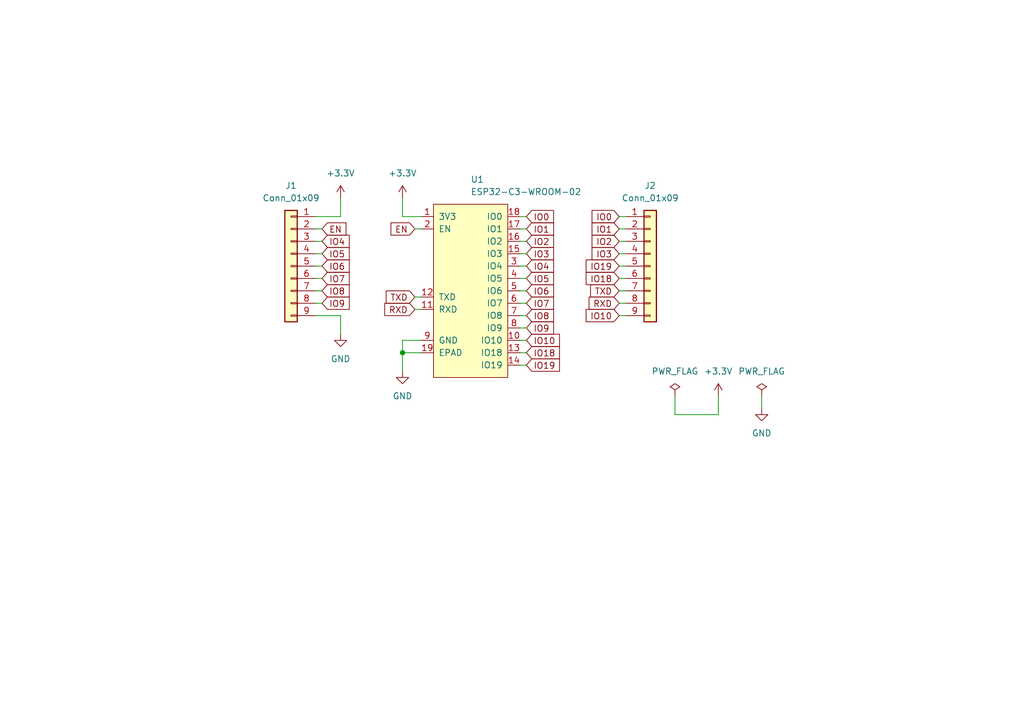
<source format=kicad_sch>
(kicad_sch (version 20211123) (generator eeschema)

  (uuid ffb8a9f8-5d2c-42ed-9295-9a571cdadcc0)

  (paper "A5")

  (lib_symbols
    (symbol "Connector_Generic:Conn_01x09" (pin_names (offset 1.016) hide) (in_bom yes) (on_board yes)
      (property "Reference" "J" (id 0) (at 0 12.7 0)
        (effects (font (size 1.27 1.27)))
      )
      (property "Value" "Conn_01x09" (id 1) (at 0 -12.7 0)
        (effects (font (size 1.27 1.27)))
      )
      (property "Footprint" "" (id 2) (at 0 0 0)
        (effects (font (size 1.27 1.27)) hide)
      )
      (property "Datasheet" "~" (id 3) (at 0 0 0)
        (effects (font (size 1.27 1.27)) hide)
      )
      (property "ki_keywords" "connector" (id 4) (at 0 0 0)
        (effects (font (size 1.27 1.27)) hide)
      )
      (property "ki_description" "Generic connector, single row, 01x09, script generated (kicad-library-utils/schlib/autogen/connector/)" (id 5) (at 0 0 0)
        (effects (font (size 1.27 1.27)) hide)
      )
      (property "ki_fp_filters" "Connector*:*_1x??_*" (id 6) (at 0 0 0)
        (effects (font (size 1.27 1.27)) hide)
      )
      (symbol "Conn_01x09_1_1"
        (rectangle (start -1.27 -10.033) (end 0 -10.287)
          (stroke (width 0.1524) (type default) (color 0 0 0 0))
          (fill (type none))
        )
        (rectangle (start -1.27 -7.493) (end 0 -7.747)
          (stroke (width 0.1524) (type default) (color 0 0 0 0))
          (fill (type none))
        )
        (rectangle (start -1.27 -4.953) (end 0 -5.207)
          (stroke (width 0.1524) (type default) (color 0 0 0 0))
          (fill (type none))
        )
        (rectangle (start -1.27 -2.413) (end 0 -2.667)
          (stroke (width 0.1524) (type default) (color 0 0 0 0))
          (fill (type none))
        )
        (rectangle (start -1.27 0.127) (end 0 -0.127)
          (stroke (width 0.1524) (type default) (color 0 0 0 0))
          (fill (type none))
        )
        (rectangle (start -1.27 2.667) (end 0 2.413)
          (stroke (width 0.1524) (type default) (color 0 0 0 0))
          (fill (type none))
        )
        (rectangle (start -1.27 5.207) (end 0 4.953)
          (stroke (width 0.1524) (type default) (color 0 0 0 0))
          (fill (type none))
        )
        (rectangle (start -1.27 7.747) (end 0 7.493)
          (stroke (width 0.1524) (type default) (color 0 0 0 0))
          (fill (type none))
        )
        (rectangle (start -1.27 10.287) (end 0 10.033)
          (stroke (width 0.1524) (type default) (color 0 0 0 0))
          (fill (type none))
        )
        (rectangle (start -1.27 11.43) (end 1.27 -11.43)
          (stroke (width 0.254) (type default) (color 0 0 0 0))
          (fill (type background))
        )
        (pin passive line (at -5.08 10.16 0) (length 3.81)
          (name "Pin_1" (effects (font (size 1.27 1.27))))
          (number "1" (effects (font (size 1.27 1.27))))
        )
        (pin passive line (at -5.08 7.62 0) (length 3.81)
          (name "Pin_2" (effects (font (size 1.27 1.27))))
          (number "2" (effects (font (size 1.27 1.27))))
        )
        (pin passive line (at -5.08 5.08 0) (length 3.81)
          (name "Pin_3" (effects (font (size 1.27 1.27))))
          (number "3" (effects (font (size 1.27 1.27))))
        )
        (pin passive line (at -5.08 2.54 0) (length 3.81)
          (name "Pin_4" (effects (font (size 1.27 1.27))))
          (number "4" (effects (font (size 1.27 1.27))))
        )
        (pin passive line (at -5.08 0 0) (length 3.81)
          (name "Pin_5" (effects (font (size 1.27 1.27))))
          (number "5" (effects (font (size 1.27 1.27))))
        )
        (pin passive line (at -5.08 -2.54 0) (length 3.81)
          (name "Pin_6" (effects (font (size 1.27 1.27))))
          (number "6" (effects (font (size 1.27 1.27))))
        )
        (pin passive line (at -5.08 -5.08 0) (length 3.81)
          (name "Pin_7" (effects (font (size 1.27 1.27))))
          (number "7" (effects (font (size 1.27 1.27))))
        )
        (pin passive line (at -5.08 -7.62 0) (length 3.81)
          (name "Pin_8" (effects (font (size 1.27 1.27))))
          (number "8" (effects (font (size 1.27 1.27))))
        )
        (pin passive line (at -5.08 -10.16 0) (length 3.81)
          (name "Pin_9" (effects (font (size 1.27 1.27))))
          (number "9" (effects (font (size 1.27 1.27))))
        )
      )
    )
    (symbol "My_Library:ESP32-C3-WROOM-02" (pin_names (offset 1.016)) (in_bom yes) (on_board yes)
      (property "Reference" "U" (id 0) (at 0 22.86 0)
        (effects (font (size 1.27 1.27)))
      )
      (property "Value" "ESP32-C3-WROOM-02" (id 1) (at 0 20.32 0)
        (effects (font (size 1.27 1.27)))
      )
      (property "Footprint" "library:ESP32-C3-WROOM-02" (id 2) (at 0 -20.32 0)
        (effects (font (size 1.27 1.27)) hide)
      )
      (property "Datasheet" "" (id 3) (at -2.54 0 0)
        (effects (font (size 1.27 1.27)) hide)
      )
      (symbol "ESP32-C3-WROOM-02_0_1"
        (rectangle (start -7.62 17.78) (end 7.62 -17.78)
          (stroke (width 0) (type default) (color 0 0 0 0))
          (fill (type background))
        )
      )
      (symbol "ESP32-C3-WROOM-02_1_1"
        (pin power_in line (at -10.16 15.24 0) (length 2.54)
          (name "3V3" (effects (font (size 1.27 1.27))))
          (number "1" (effects (font (size 1.27 1.27))))
        )
        (pin bidirectional line (at 10.16 -10.16 180) (length 2.54)
          (name "IO10" (effects (font (size 1.27 1.27))))
          (number "10" (effects (font (size 1.27 1.27))))
        )
        (pin bidirectional line (at -10.16 -3.81 0) (length 2.54)
          (name "RXD" (effects (font (size 1.27 1.27))))
          (number "11" (effects (font (size 1.27 1.27))))
        )
        (pin bidirectional line (at -10.16 -1.27 0) (length 2.54)
          (name "TXD" (effects (font (size 1.27 1.27))))
          (number "12" (effects (font (size 1.27 1.27))))
        )
        (pin bidirectional line (at 10.16 -12.7 180) (length 2.54)
          (name "IO18" (effects (font (size 1.27 1.27))))
          (number "13" (effects (font (size 1.27 1.27))))
        )
        (pin bidirectional line (at 10.16 -15.24 180) (length 2.54)
          (name "IO19" (effects (font (size 1.27 1.27))))
          (number "14" (effects (font (size 1.27 1.27))))
        )
        (pin bidirectional line (at 10.16 7.62 180) (length 2.54)
          (name "IO3" (effects (font (size 1.27 1.27))))
          (number "15" (effects (font (size 1.27 1.27))))
        )
        (pin bidirectional line (at 10.16 10.16 180) (length 2.54)
          (name "IO2" (effects (font (size 1.27 1.27))))
          (number "16" (effects (font (size 1.27 1.27))))
        )
        (pin bidirectional line (at 10.16 12.7 180) (length 2.54)
          (name "IO1" (effects (font (size 1.27 1.27))))
          (number "17" (effects (font (size 1.27 1.27))))
        )
        (pin bidirectional line (at 10.16 15.24 180) (length 2.54)
          (name "IO0" (effects (font (size 1.27 1.27))))
          (number "18" (effects (font (size 1.27 1.27))))
        )
        (pin power_in line (at -10.16 -12.7 0) (length 2.54)
          (name "EPAD" (effects (font (size 1.27 1.27))))
          (number "19" (effects (font (size 1.27 1.27))))
        )
        (pin input line (at -10.16 12.7 0) (length 2.54)
          (name "EN" (effects (font (size 1.27 1.27))))
          (number "2" (effects (font (size 1.27 1.27))))
        )
        (pin bidirectional line (at 10.16 5.08 180) (length 2.54)
          (name "IO4" (effects (font (size 1.27 1.27))))
          (number "3" (effects (font (size 1.27 1.27))))
        )
        (pin bidirectional line (at 10.16 2.54 180) (length 2.54)
          (name "IO5" (effects (font (size 1.27 1.27))))
          (number "4" (effects (font (size 1.27 1.27))))
        )
        (pin bidirectional line (at 10.16 0 180) (length 2.54)
          (name "IO6" (effects (font (size 1.27 1.27))))
          (number "5" (effects (font (size 1.27 1.27))))
        )
        (pin bidirectional line (at 10.16 -2.54 180) (length 2.54)
          (name "IO7" (effects (font (size 1.27 1.27))))
          (number "6" (effects (font (size 1.27 1.27))))
        )
        (pin bidirectional line (at 10.16 -5.08 180) (length 2.54)
          (name "IO8" (effects (font (size 1.27 1.27))))
          (number "7" (effects (font (size 1.27 1.27))))
        )
        (pin bidirectional line (at 10.16 -7.62 180) (length 2.54)
          (name "IO9" (effects (font (size 1.27 1.27))))
          (number "8" (effects (font (size 1.27 1.27))))
        )
        (pin power_in line (at -10.16 -10.16 0) (length 2.54)
          (name "GND" (effects (font (size 1.27 1.27))))
          (number "9" (effects (font (size 1.27 1.27))))
        )
      )
    )
    (symbol "power:+3.3V" (power) (pin_names (offset 0)) (in_bom yes) (on_board yes)
      (property "Reference" "#PWR" (id 0) (at 0 -3.81 0)
        (effects (font (size 1.27 1.27)) hide)
      )
      (property "Value" "+3.3V" (id 1) (at 0 3.556 0)
        (effects (font (size 1.27 1.27)))
      )
      (property "Footprint" "" (id 2) (at 0 0 0)
        (effects (font (size 1.27 1.27)) hide)
      )
      (property "Datasheet" "" (id 3) (at 0 0 0)
        (effects (font (size 1.27 1.27)) hide)
      )
      (property "ki_keywords" "power-flag" (id 4) (at 0 0 0)
        (effects (font (size 1.27 1.27)) hide)
      )
      (property "ki_description" "Power symbol creates a global label with name \"+3.3V\"" (id 5) (at 0 0 0)
        (effects (font (size 1.27 1.27)) hide)
      )
      (symbol "+3.3V_0_1"
        (polyline
          (pts
            (xy -0.762 1.27)
            (xy 0 2.54)
          )
          (stroke (width 0) (type default) (color 0 0 0 0))
          (fill (type none))
        )
        (polyline
          (pts
            (xy 0 0)
            (xy 0 2.54)
          )
          (stroke (width 0) (type default) (color 0 0 0 0))
          (fill (type none))
        )
        (polyline
          (pts
            (xy 0 2.54)
            (xy 0.762 1.27)
          )
          (stroke (width 0) (type default) (color 0 0 0 0))
          (fill (type none))
        )
      )
      (symbol "+3.3V_1_1"
        (pin power_in line (at 0 0 90) (length 0) hide
          (name "+3.3V" (effects (font (size 1.27 1.27))))
          (number "1" (effects (font (size 1.27 1.27))))
        )
      )
    )
    (symbol "power:GND" (power) (pin_names (offset 0)) (in_bom yes) (on_board yes)
      (property "Reference" "#PWR" (id 0) (at 0 -6.35 0)
        (effects (font (size 1.27 1.27)) hide)
      )
      (property "Value" "GND" (id 1) (at 0 -3.81 0)
        (effects (font (size 1.27 1.27)))
      )
      (property "Footprint" "" (id 2) (at 0 0 0)
        (effects (font (size 1.27 1.27)) hide)
      )
      (property "Datasheet" "" (id 3) (at 0 0 0)
        (effects (font (size 1.27 1.27)) hide)
      )
      (property "ki_keywords" "power-flag" (id 4) (at 0 0 0)
        (effects (font (size 1.27 1.27)) hide)
      )
      (property "ki_description" "Power symbol creates a global label with name \"GND\" , ground" (id 5) (at 0 0 0)
        (effects (font (size 1.27 1.27)) hide)
      )
      (symbol "GND_0_1"
        (polyline
          (pts
            (xy 0 0)
            (xy 0 -1.27)
            (xy 1.27 -1.27)
            (xy 0 -2.54)
            (xy -1.27 -1.27)
            (xy 0 -1.27)
          )
          (stroke (width 0) (type default) (color 0 0 0 0))
          (fill (type none))
        )
      )
      (symbol "GND_1_1"
        (pin power_in line (at 0 0 270) (length 0) hide
          (name "GND" (effects (font (size 1.27 1.27))))
          (number "1" (effects (font (size 1.27 1.27))))
        )
      )
    )
    (symbol "power:PWR_FLAG" (power) (pin_numbers hide) (pin_names (offset 0) hide) (in_bom yes) (on_board yes)
      (property "Reference" "#FLG" (id 0) (at 0 1.905 0)
        (effects (font (size 1.27 1.27)) hide)
      )
      (property "Value" "PWR_FLAG" (id 1) (at 0 3.81 0)
        (effects (font (size 1.27 1.27)))
      )
      (property "Footprint" "" (id 2) (at 0 0 0)
        (effects (font (size 1.27 1.27)) hide)
      )
      (property "Datasheet" "~" (id 3) (at 0 0 0)
        (effects (font (size 1.27 1.27)) hide)
      )
      (property "ki_keywords" "power-flag" (id 4) (at 0 0 0)
        (effects (font (size 1.27 1.27)) hide)
      )
      (property "ki_description" "Special symbol for telling ERC where power comes from" (id 5) (at 0 0 0)
        (effects (font (size 1.27 1.27)) hide)
      )
      (symbol "PWR_FLAG_0_0"
        (pin power_out line (at 0 0 90) (length 0)
          (name "pwr" (effects (font (size 1.27 1.27))))
          (number "1" (effects (font (size 1.27 1.27))))
        )
      )
      (symbol "PWR_FLAG_0_1"
        (polyline
          (pts
            (xy 0 0)
            (xy 0 1.27)
            (xy -1.016 1.905)
            (xy 0 2.54)
            (xy 1.016 1.905)
            (xy 0 1.27)
          )
          (stroke (width 0) (type default) (color 0 0 0 0))
          (fill (type none))
        )
      )
    )
  )

  (junction (at 82.55 72.39) (diameter 0) (color 0 0 0 0)
    (uuid 5443b458-5bb3-4326-a8cf-b273a8fcb70a)
  )

  (wire (pts (xy 82.55 72.39) (xy 82.55 76.2))
    (stroke (width 0) (type default) (color 0 0 0 0))
    (uuid 043bbfa8-fa8c-40fb-8c82-fc6aa9e75a61)
  )
  (wire (pts (xy 127 49.53) (xy 128.27 49.53))
    (stroke (width 0) (type default) (color 0 0 0 0))
    (uuid 0ef1b5a0-70da-48e2-85be-11312d5feccc)
  )
  (wire (pts (xy 69.85 44.45) (xy 69.85 40.64))
    (stroke (width 0) (type default) (color 0 0 0 0))
    (uuid 105d2111-f051-48d1-a8e6-fd643f2eb780)
  )
  (wire (pts (xy 82.55 44.45) (xy 82.55 40.64))
    (stroke (width 0) (type default) (color 0 0 0 0))
    (uuid 20417190-b70d-433a-b514-cd0772b816b4)
  )
  (wire (pts (xy 147.32 85.09) (xy 138.43 85.09))
    (stroke (width 0) (type default) (color 0 0 0 0))
    (uuid 2283c82a-a357-4737-90df-669c13d19e19)
  )
  (wire (pts (xy 106.68 69.85) (xy 107.95 69.85))
    (stroke (width 0) (type default) (color 0 0 0 0))
    (uuid 29c90f43-0da4-47f3-a844-5d30cd707128)
  )
  (wire (pts (xy 64.77 62.23) (xy 66.04 62.23))
    (stroke (width 0) (type default) (color 0 0 0 0))
    (uuid 2c0ce40f-5e4d-4a1d-b694-c85e510fe878)
  )
  (wire (pts (xy 106.68 67.31) (xy 107.95 67.31))
    (stroke (width 0) (type default) (color 0 0 0 0))
    (uuid 2d246406-17fa-4c31-ab67-588b828e3034)
  )
  (wire (pts (xy 106.68 72.39) (xy 107.95 72.39))
    (stroke (width 0) (type default) (color 0 0 0 0))
    (uuid 30cef2f3-0711-47e4-b1e3-8fa9b36d470c)
  )
  (wire (pts (xy 64.77 59.69) (xy 66.04 59.69))
    (stroke (width 0) (type default) (color 0 0 0 0))
    (uuid 416d3496-df17-498f-9c4b-8d158eac487c)
  )
  (wire (pts (xy 82.55 72.39) (xy 86.36 72.39))
    (stroke (width 0) (type default) (color 0 0 0 0))
    (uuid 47858d87-5abf-4dd2-9df8-1fd9d9cadb05)
  )
  (wire (pts (xy 82.55 69.85) (xy 82.55 72.39))
    (stroke (width 0) (type default) (color 0 0 0 0))
    (uuid 4f491b6f-b5be-4bb1-95ec-c14ea0b89710)
  )
  (wire (pts (xy 64.77 52.07) (xy 66.04 52.07))
    (stroke (width 0) (type default) (color 0 0 0 0))
    (uuid 506b4b93-ee33-47fa-b1ca-962d0f98928b)
  )
  (wire (pts (xy 156.21 81.28) (xy 156.21 83.82))
    (stroke (width 0) (type default) (color 0 0 0 0))
    (uuid 675f0ba1-f08b-4db6-86a6-2372d9bf8784)
  )
  (wire (pts (xy 64.77 44.45) (xy 69.85 44.45))
    (stroke (width 0) (type default) (color 0 0 0 0))
    (uuid 67b147c0-3aeb-45ec-b1ab-ba6f1273b7f1)
  )
  (wire (pts (xy 127 54.61) (xy 128.27 54.61))
    (stroke (width 0) (type default) (color 0 0 0 0))
    (uuid 68e38cd2-44de-4e16-abe7-ed046914f91a)
  )
  (wire (pts (xy 127 46.99) (xy 128.27 46.99))
    (stroke (width 0) (type default) (color 0 0 0 0))
    (uuid 7194ff7d-3852-435a-8467-46c9cd0d231f)
  )
  (wire (pts (xy 106.68 52.07) (xy 107.95 52.07))
    (stroke (width 0) (type default) (color 0 0 0 0))
    (uuid 7393e902-e7ea-488f-ab62-a1e3626a6330)
  )
  (wire (pts (xy 106.68 59.69) (xy 107.95 59.69))
    (stroke (width 0) (type default) (color 0 0 0 0))
    (uuid 73ccce20-879f-4ab6-98a4-0ea47ccbb086)
  )
  (wire (pts (xy 106.68 57.15) (xy 107.95 57.15))
    (stroke (width 0) (type default) (color 0 0 0 0))
    (uuid 76c7d63e-86ab-47b1-a072-b539d5702408)
  )
  (wire (pts (xy 127 64.77) (xy 128.27 64.77))
    (stroke (width 0) (type default) (color 0 0 0 0))
    (uuid 7798e6c6-aaba-4807-ba75-02dc1c2ef48c)
  )
  (wire (pts (xy 106.68 62.23) (xy 107.95 62.23))
    (stroke (width 0) (type default) (color 0 0 0 0))
    (uuid 797246e4-50d1-47ba-a8c7-331940c35822)
  )
  (wire (pts (xy 127 59.69) (xy 128.27 59.69))
    (stroke (width 0) (type default) (color 0 0 0 0))
    (uuid 7f475b48-6328-49c7-81c2-d8c389ecf9d6)
  )
  (wire (pts (xy 82.55 44.45) (xy 86.36 44.45))
    (stroke (width 0) (type default) (color 0 0 0 0))
    (uuid 814bf867-cd22-4e72-a5d2-8a820d7be4d3)
  )
  (wire (pts (xy 127 57.15) (xy 128.27 57.15))
    (stroke (width 0) (type default) (color 0 0 0 0))
    (uuid 86b6b4a4-9fff-4e1c-b1d6-5c5bd0041bd8)
  )
  (wire (pts (xy 106.68 44.45) (xy 107.95 44.45))
    (stroke (width 0) (type default) (color 0 0 0 0))
    (uuid 88cbf392-9654-475a-b9a2-f979c0d1f825)
  )
  (wire (pts (xy 106.68 74.93) (xy 107.95 74.93))
    (stroke (width 0) (type default) (color 0 0 0 0))
    (uuid 8b67a6e3-7acf-4213-a147-16b9efe70743)
  )
  (wire (pts (xy 82.55 69.85) (xy 86.36 69.85))
    (stroke (width 0) (type default) (color 0 0 0 0))
    (uuid 8e98255d-b038-4c25-9d0d-571dd9b8dedf)
  )
  (wire (pts (xy 69.85 64.77) (xy 69.85 68.58))
    (stroke (width 0) (type default) (color 0 0 0 0))
    (uuid 963863d1-9534-4e46-b985-99702f7ea9a2)
  )
  (wire (pts (xy 106.68 49.53) (xy 107.95 49.53))
    (stroke (width 0) (type default) (color 0 0 0 0))
    (uuid 98a0a642-7d3d-4caf-af85-043ab1490366)
  )
  (wire (pts (xy 127 52.07) (xy 128.27 52.07))
    (stroke (width 0) (type default) (color 0 0 0 0))
    (uuid 9f2dd990-64c5-407e-9880-48c5625d9ef8)
  )
  (wire (pts (xy 147.32 81.28) (xy 147.32 85.09))
    (stroke (width 0) (type default) (color 0 0 0 0))
    (uuid a61bbc9a-5c5a-4373-9973-f5b7d9ec42cf)
  )
  (wire (pts (xy 106.68 54.61) (xy 107.95 54.61))
    (stroke (width 0) (type default) (color 0 0 0 0))
    (uuid a93aeccf-0314-4b96-8e8f-96917947eb37)
  )
  (wire (pts (xy 64.77 49.53) (xy 66.04 49.53))
    (stroke (width 0) (type default) (color 0 0 0 0))
    (uuid abdc6c41-9b3b-4463-b158-5048867a6b5f)
  )
  (wire (pts (xy 64.77 64.77) (xy 69.85 64.77))
    (stroke (width 0) (type default) (color 0 0 0 0))
    (uuid b83b984e-c48a-492e-8dc0-8d74359bbf68)
  )
  (wire (pts (xy 106.68 46.99) (xy 107.95 46.99))
    (stroke (width 0) (type default) (color 0 0 0 0))
    (uuid bf9fef75-a0e5-4d8c-8653-c429e915b376)
  )
  (wire (pts (xy 138.43 85.09) (xy 138.43 81.28))
    (stroke (width 0) (type default) (color 0 0 0 0))
    (uuid c59dcf22-9fab-4790-b5ab-e2ccdb5744be)
  )
  (wire (pts (xy 85.09 46.99) (xy 86.36 46.99))
    (stroke (width 0) (type default) (color 0 0 0 0))
    (uuid d611e734-a8a0-4abf-9bfa-a0cea700c19c)
  )
  (wire (pts (xy 127 44.45) (xy 128.27 44.45))
    (stroke (width 0) (type default) (color 0 0 0 0))
    (uuid d6920883-1558-49af-b954-9f770beafc58)
  )
  (wire (pts (xy 64.77 46.99) (xy 66.04 46.99))
    (stroke (width 0) (type default) (color 0 0 0 0))
    (uuid d77b1b3a-a87b-47af-9ea5-e119a2f05c69)
  )
  (wire (pts (xy 106.68 64.77) (xy 107.95 64.77))
    (stroke (width 0) (type default) (color 0 0 0 0))
    (uuid ec88f3bf-db5e-4934-8a26-2031bfcaa9c9)
  )
  (wire (pts (xy 127 62.23) (xy 128.27 62.23))
    (stroke (width 0) (type default) (color 0 0 0 0))
    (uuid f5d58ebb-c5db-4d5d-ab71-63505df00e18)
  )
  (wire (pts (xy 64.77 54.61) (xy 66.04 54.61))
    (stroke (width 0) (type default) (color 0 0 0 0))
    (uuid f795df44-142e-48ea-b54e-093648f03b55)
  )
  (wire (pts (xy 64.77 57.15) (xy 66.04 57.15))
    (stroke (width 0) (type default) (color 0 0 0 0))
    (uuid f9813804-6ec1-4b0f-976e-742899439835)
  )
  (wire (pts (xy 85.09 63.5) (xy 86.36 63.5))
    (stroke (width 0) (type default) (color 0 0 0 0))
    (uuid fc79f650-552c-4889-9b08-12c0df89a25b)
  )
  (wire (pts (xy 85.09 60.96) (xy 86.36 60.96))
    (stroke (width 0) (type default) (color 0 0 0 0))
    (uuid ffa24dd7-41d8-413e-997b-8a6429fdad81)
  )

  (global_label "IO1" (shape input) (at 127 46.99 180) (fields_autoplaced)
    (effects (font (size 1.27 1.27)) (justify right))
    (uuid 074e8237-84c0-4820-8763-087fbf2b205a)
    (property "Intersheet References" "${INTERSHEET_REFS}" (id 0) (at 121.4421 46.9106 0)
      (effects (font (size 1.27 1.27)) (justify right) hide)
    )
  )
  (global_label "RXD" (shape input) (at 127 62.23 180) (fields_autoplaced)
    (effects (font (size 1.27 1.27)) (justify right))
    (uuid 09e98b31-9802-4b2d-bc3f-c56ab1dd826d)
    (property "Intersheet References" "${INTERSHEET_REFS}" (id 0) (at 120.8374 62.1506 0)
      (effects (font (size 1.27 1.27)) (justify right) hide)
    )
  )
  (global_label "IO8" (shape input) (at 107.95 64.77 0) (fields_autoplaced)
    (effects (font (size 1.27 1.27)) (justify left))
    (uuid 0d8add2e-e061-4a5d-abd4-e307adf55ac0)
    (property "Intersheet References" "${INTERSHEET_REFS}" (id 0) (at 113.5079 64.6906 0)
      (effects (font (size 1.27 1.27)) (justify left) hide)
    )
  )
  (global_label "TXD" (shape input) (at 127 59.69 180) (fields_autoplaced)
    (effects (font (size 1.27 1.27)) (justify right))
    (uuid 18c869f5-b6d8-4c04-a95b-560db3f17c71)
    (property "Intersheet References" "${INTERSHEET_REFS}" (id 0) (at 121.1398 59.6106 0)
      (effects (font (size 1.27 1.27)) (justify right) hide)
    )
  )
  (global_label "IO7" (shape input) (at 107.95 62.23 0) (fields_autoplaced)
    (effects (font (size 1.27 1.27)) (justify left))
    (uuid 19ec7c26-9c42-4470-8f05-6c6168b4b708)
    (property "Intersheet References" "${INTERSHEET_REFS}" (id 0) (at 113.5079 62.1506 0)
      (effects (font (size 1.27 1.27)) (justify left) hide)
    )
  )
  (global_label "IO18" (shape input) (at 107.95 72.39 0) (fields_autoplaced)
    (effects (font (size 1.27 1.27)) (justify left))
    (uuid 2e894167-5482-4727-8c39-c151b2a9eb77)
    (property "Intersheet References" "${INTERSHEET_REFS}" (id 0) (at 114.7174 72.3106 0)
      (effects (font (size 1.27 1.27)) (justify left) hide)
    )
  )
  (global_label "IO19" (shape input) (at 107.95 74.93 0) (fields_autoplaced)
    (effects (font (size 1.27 1.27)) (justify left))
    (uuid 4f549e2a-4557-47ba-ba99-a87b9be53903)
    (property "Intersheet References" "${INTERSHEET_REFS}" (id 0) (at 114.7174 74.8506 0)
      (effects (font (size 1.27 1.27)) (justify left) hide)
    )
  )
  (global_label "TXD" (shape input) (at 85.09 60.96 180) (fields_autoplaced)
    (effects (font (size 1.27 1.27)) (justify right))
    (uuid 6a0a5d99-0812-4634-ac7c-5b940574e08a)
    (property "Intersheet References" "${INTERSHEET_REFS}" (id 0) (at 79.2298 60.8806 0)
      (effects (font (size 1.27 1.27)) (justify right) hide)
    )
  )
  (global_label "IO9" (shape input) (at 107.95 67.31 0) (fields_autoplaced)
    (effects (font (size 1.27 1.27)) (justify left))
    (uuid 7602954a-cee7-4bf2-a924-c1275593e91b)
    (property "Intersheet References" "${INTERSHEET_REFS}" (id 0) (at 113.5079 67.2306 0)
      (effects (font (size 1.27 1.27)) (justify left) hide)
    )
  )
  (global_label "RXD" (shape input) (at 85.09 63.5 180) (fields_autoplaced)
    (effects (font (size 1.27 1.27)) (justify right))
    (uuid 7a976345-9663-4eef-a8bd-fe946775bdc5)
    (property "Intersheet References" "${INTERSHEET_REFS}" (id 0) (at 78.9274 63.4206 0)
      (effects (font (size 1.27 1.27)) (justify right) hide)
    )
  )
  (global_label "IO4" (shape input) (at 66.04 49.53 0) (fields_autoplaced)
    (effects (font (size 1.27 1.27)) (justify left))
    (uuid 82e65e26-773d-49b4-bff7-de5e808c3d19)
    (property "Intersheet References" "${INTERSHEET_REFS}" (id 0) (at 71.5979 49.4506 0)
      (effects (font (size 1.27 1.27)) (justify left) hide)
    )
  )
  (global_label "IO0" (shape input) (at 107.95 44.45 0) (fields_autoplaced)
    (effects (font (size 1.27 1.27)) (justify left))
    (uuid 83eb7d6e-b4c8-4b19-a6d3-41da4e086a6a)
    (property "Intersheet References" "${INTERSHEET_REFS}" (id 0) (at 113.5079 44.3706 0)
      (effects (font (size 1.27 1.27)) (justify left) hide)
    )
  )
  (global_label "EN" (shape input) (at 85.09 46.99 180) (fields_autoplaced)
    (effects (font (size 1.27 1.27)) (justify right))
    (uuid 8442e1a7-d9d1-41bd-bcf8-4354fedeeee0)
    (property "Intersheet References" "${INTERSHEET_REFS}" (id 0) (at 80.1974 46.9106 0)
      (effects (font (size 1.27 1.27)) (justify right) hide)
    )
  )
  (global_label "IO19" (shape input) (at 127 54.61 180) (fields_autoplaced)
    (effects (font (size 1.27 1.27)) (justify right))
    (uuid 85696fb1-2650-49df-a57e-04a4042f2230)
    (property "Intersheet References" "${INTERSHEET_REFS}" (id 0) (at 120.2326 54.5306 0)
      (effects (font (size 1.27 1.27)) (justify right) hide)
    )
  )
  (global_label "IO5" (shape input) (at 107.95 57.15 0) (fields_autoplaced)
    (effects (font (size 1.27 1.27)) (justify left))
    (uuid 8ac32ff7-37a7-4554-b9e0-20d4e6c16f0d)
    (property "Intersheet References" "${INTERSHEET_REFS}" (id 0) (at 113.5079 57.0706 0)
      (effects (font (size 1.27 1.27)) (justify left) hide)
    )
  )
  (global_label "IO2" (shape input) (at 127 49.53 180) (fields_autoplaced)
    (effects (font (size 1.27 1.27)) (justify right))
    (uuid 8fea5dec-ba05-44b1-95ea-2bb21d3ccc0f)
    (property "Intersheet References" "${INTERSHEET_REFS}" (id 0) (at 121.4421 49.4506 0)
      (effects (font (size 1.27 1.27)) (justify right) hide)
    )
  )
  (global_label "IO2" (shape input) (at 107.95 49.53 0) (fields_autoplaced)
    (effects (font (size 1.27 1.27)) (justify left))
    (uuid 8ff8986f-212e-44c5-ba80-787c2a58bd51)
    (property "Intersheet References" "${INTERSHEET_REFS}" (id 0) (at 113.5079 49.4506 0)
      (effects (font (size 1.27 1.27)) (justify left) hide)
    )
  )
  (global_label "EN" (shape input) (at 66.04 46.99 0) (fields_autoplaced)
    (effects (font (size 1.27 1.27)) (justify left))
    (uuid 9d366794-72de-4f2a-a585-ec497b1037ad)
    (property "Intersheet References" "${INTERSHEET_REFS}" (id 0) (at 70.9326 46.9106 0)
      (effects (font (size 1.27 1.27)) (justify left) hide)
    )
  )
  (global_label "IO10" (shape input) (at 107.95 69.85 0) (fields_autoplaced)
    (effects (font (size 1.27 1.27)) (justify left))
    (uuid bbd2c4f3-e6b7-497f-8a59-8471916c5bd3)
    (property "Intersheet References" "${INTERSHEET_REFS}" (id 0) (at 114.7174 69.7706 0)
      (effects (font (size 1.27 1.27)) (justify left) hide)
    )
  )
  (global_label "IO10" (shape input) (at 127 64.77 180) (fields_autoplaced)
    (effects (font (size 1.27 1.27)) (justify right))
    (uuid be60afaa-1bae-4918-93ab-97835866bea0)
    (property "Intersheet References" "${INTERSHEET_REFS}" (id 0) (at 120.2326 64.6906 0)
      (effects (font (size 1.27 1.27)) (justify right) hide)
    )
  )
  (global_label "IO6" (shape input) (at 107.95 59.69 0) (fields_autoplaced)
    (effects (font (size 1.27 1.27)) (justify left))
    (uuid c801e46d-f99c-4dc7-8a25-ed209e742261)
    (property "Intersheet References" "${INTERSHEET_REFS}" (id 0) (at 113.5079 59.6106 0)
      (effects (font (size 1.27 1.27)) (justify left) hide)
    )
  )
  (global_label "IO9" (shape input) (at 66.04 62.23 0) (fields_autoplaced)
    (effects (font (size 1.27 1.27)) (justify left))
    (uuid c9b74005-14b6-4b33-914c-482419dfd9a4)
    (property "Intersheet References" "${INTERSHEET_REFS}" (id 0) (at 71.5979 62.1506 0)
      (effects (font (size 1.27 1.27)) (justify left) hide)
    )
  )
  (global_label "IO6" (shape input) (at 66.04 54.61 0) (fields_autoplaced)
    (effects (font (size 1.27 1.27)) (justify left))
    (uuid cac983cf-a25f-4ae6-90e8-6a8a351ec2ca)
    (property "Intersheet References" "${INTERSHEET_REFS}" (id 0) (at 71.5979 54.5306 0)
      (effects (font (size 1.27 1.27)) (justify left) hide)
    )
  )
  (global_label "IO3" (shape input) (at 107.95 52.07 0) (fields_autoplaced)
    (effects (font (size 1.27 1.27)) (justify left))
    (uuid d3deacfe-311d-4b0f-85d9-e992a94cd477)
    (property "Intersheet References" "${INTERSHEET_REFS}" (id 0) (at 113.5079 51.9906 0)
      (effects (font (size 1.27 1.27)) (justify left) hide)
    )
  )
  (global_label "IO0" (shape input) (at 127 44.45 180) (fields_autoplaced)
    (effects (font (size 1.27 1.27)) (justify right))
    (uuid d44ad7ce-3611-473f-b74d-c8bd1660500c)
    (property "Intersheet References" "${INTERSHEET_REFS}" (id 0) (at 121.4421 44.5294 0)
      (effects (font (size 1.27 1.27)) (justify right) hide)
    )
  )
  (global_label "IO4" (shape input) (at 107.95 54.61 0) (fields_autoplaced)
    (effects (font (size 1.27 1.27)) (justify left))
    (uuid da85512f-aeb3-4838-99fd-0c2cac139d5d)
    (property "Intersheet References" "${INTERSHEET_REFS}" (id 0) (at 113.5079 54.5306 0)
      (effects (font (size 1.27 1.27)) (justify left) hide)
    )
  )
  (global_label "IO1" (shape input) (at 107.95 46.99 0) (fields_autoplaced)
    (effects (font (size 1.27 1.27)) (justify left))
    (uuid dad2e29a-dba3-42a5-bffc-01a1f5fdd1f3)
    (property "Intersheet References" "${INTERSHEET_REFS}" (id 0) (at 113.5079 46.9106 0)
      (effects (font (size 1.27 1.27)) (justify left) hide)
    )
  )
  (global_label "IO5" (shape input) (at 66.04 52.07 0) (fields_autoplaced)
    (effects (font (size 1.27 1.27)) (justify left))
    (uuid dbe3659b-f51b-440a-8175-3d47950cdfa0)
    (property "Intersheet References" "${INTERSHEET_REFS}" (id 0) (at 71.5979 51.9906 0)
      (effects (font (size 1.27 1.27)) (justify left) hide)
    )
  )
  (global_label "IO7" (shape input) (at 66.04 57.15 0) (fields_autoplaced)
    (effects (font (size 1.27 1.27)) (justify left))
    (uuid dff81c47-064d-43b3-beb5-ccdc6a3d87e6)
    (property "Intersheet References" "${INTERSHEET_REFS}" (id 0) (at 71.5979 57.0706 0)
      (effects (font (size 1.27 1.27)) (justify left) hide)
    )
  )
  (global_label "IO3" (shape input) (at 127 52.07 180) (fields_autoplaced)
    (effects (font (size 1.27 1.27)) (justify right))
    (uuid e4dec574-d4f3-4377-918b-56efc9a4f5d1)
    (property "Intersheet References" "${INTERSHEET_REFS}" (id 0) (at 121.4421 51.9906 0)
      (effects (font (size 1.27 1.27)) (justify right) hide)
    )
  )
  (global_label "IO8" (shape input) (at 66.04 59.69 0) (fields_autoplaced)
    (effects (font (size 1.27 1.27)) (justify left))
    (uuid f6925960-ddc9-4825-97b6-934af10d390e)
    (property "Intersheet References" "${INTERSHEET_REFS}" (id 0) (at 71.5979 59.6106 0)
      (effects (font (size 1.27 1.27)) (justify left) hide)
    )
  )
  (global_label "IO18" (shape input) (at 127 57.15 180) (fields_autoplaced)
    (effects (font (size 1.27 1.27)) (justify right))
    (uuid fa02d7e8-9d1a-4d1e-a7d0-173009dae507)
    (property "Intersheet References" "${INTERSHEET_REFS}" (id 0) (at 120.2326 57.0706 0)
      (effects (font (size 1.27 1.27)) (justify right) hide)
    )
  )

  (symbol (lib_id "power:PWR_FLAG") (at 138.43 81.28 0) (unit 1)
    (in_bom yes) (on_board yes) (fields_autoplaced)
    (uuid 1287c7a3-e5c9-44a9-a3cd-0f11f00e66b2)
    (property "Reference" "#FLG0101" (id 0) (at 138.43 79.375 0)
      (effects (font (size 1.27 1.27)) hide)
    )
    (property "Value" "PWR_FLAG" (id 1) (at 138.43 76.2 0))
    (property "Footprint" "" (id 2) (at 138.43 81.28 0)
      (effects (font (size 1.27 1.27)) hide)
    )
    (property "Datasheet" "~" (id 3) (at 138.43 81.28 0)
      (effects (font (size 1.27 1.27)) hide)
    )
    (pin "1" (uuid f45c98f1-5adf-4e62-924d-81d949235616))
  )

  (symbol (lib_id "power:+3.3V") (at 147.32 81.28 0) (unit 1)
    (in_bom yes) (on_board yes) (fields_autoplaced)
    (uuid 1b01cc94-555d-4eb1-98be-f4fda0590e63)
    (property "Reference" "#PWR0101" (id 0) (at 147.32 85.09 0)
      (effects (font (size 1.27 1.27)) hide)
    )
    (property "Value" "+3.3V" (id 1) (at 147.32 76.2 0))
    (property "Footprint" "" (id 2) (at 147.32 81.28 0)
      (effects (font (size 1.27 1.27)) hide)
    )
    (property "Datasheet" "" (id 3) (at 147.32 81.28 0)
      (effects (font (size 1.27 1.27)) hide)
    )
    (pin "1" (uuid be0e12c2-8ee9-46bb-ae05-8db55ce1fe58))
  )

  (symbol (lib_id "Connector_Generic:Conn_01x09") (at 133.35 54.61 0) (unit 1)
    (in_bom yes) (on_board yes)
    (uuid 1b90ac91-9f24-422b-b2f2-9e6cf19c93a7)
    (property "Reference" "J2" (id 0) (at 133.35 38.1 0))
    (property "Value" "Conn_01x09" (id 1) (at 133.35 40.64 0))
    (property "Footprint" "Connector_PinHeader_2.54mm:PinHeader_1x09_P2.54mm_Vertical" (id 2) (at 133.35 54.61 0)
      (effects (font (size 1.27 1.27)) hide)
    )
    (property "Datasheet" "~" (id 3) (at 133.35 54.61 0)
      (effects (font (size 1.27 1.27)) hide)
    )
    (pin "1" (uuid 01fe4475-ea24-4c5b-a86a-d0f34fae70d0))
    (pin "2" (uuid 4fcef4f8-fc1d-4b9c-b17b-a13fb5924d31))
    (pin "3" (uuid 9536acc5-d3fd-4ca5-a139-2eaebd3d3a06))
    (pin "4" (uuid ccfd79b2-f787-4e9a-a485-38c5b8d2df78))
    (pin "5" (uuid 2fa7c2f9-cb32-4cde-8019-1452f857d535))
    (pin "6" (uuid 6ee71569-66fd-4876-bc2e-a523a93afd06))
    (pin "7" (uuid 9b981b8c-9ac8-4657-9a52-1a59d394fb88))
    (pin "8" (uuid b4d2da8b-2c6a-4401-aeff-0a0eaee1b93e))
    (pin "9" (uuid 60d25d7f-a2bf-425c-89fc-f46194fbbf08))
  )

  (symbol (lib_id "My_Library:ESP32-C3-WROOM-02") (at 96.52 59.69 0) (unit 1)
    (in_bom yes) (on_board yes)
    (uuid 2266007d-a594-415e-b4da-cb4152c70fe9)
    (property "Reference" "U1" (id 0) (at 96.52 36.83 0)
      (effects (font (size 1.27 1.27)) (justify left))
    )
    (property "Value" "ESP32-C3-WROOM-02" (id 1) (at 96.52 39.37 0)
      (effects (font (size 1.27 1.27)) (justify left))
    )
    (property "Footprint" "library:ESP32-C3-WROOM-02" (id 2) (at 96.52 80.01 0)
      (effects (font (size 1.27 1.27)) hide)
    )
    (property "Datasheet" "" (id 3) (at 93.98 59.69 0)
      (effects (font (size 1.27 1.27)) hide)
    )
    (pin "1" (uuid 1d523ddd-0e3b-4a48-9cb4-fc02b4fb9260))
    (pin "10" (uuid fb0e605f-e36f-408b-a921-2c534d0679b0))
    (pin "11" (uuid 7444c748-c18d-40cb-a68c-07a9d5006d68))
    (pin "12" (uuid 288cd8d0-f5fe-47aa-b3f4-b0e4f63dcc9d))
    (pin "13" (uuid 8646b00c-1fc7-493a-8aed-c84ab68d9b59))
    (pin "14" (uuid 85588137-8f3b-4de8-8d38-1f84c1e0f4f1))
    (pin "15" (uuid 540a7127-5c10-4c98-a679-06b0a183a894))
    (pin "16" (uuid 8de0c264-3b43-4e58-a315-30877fff5cb4))
    (pin "17" (uuid e78d82c4-09d6-4102-829e-c365e0b217a9))
    (pin "18" (uuid 523b4e34-8b94-4e22-ae73-6acac7231ec5))
    (pin "19" (uuid bf126291-ac5e-442c-8261-7232a3704d87))
    (pin "2" (uuid f4104280-0621-427d-8855-939bce81428b))
    (pin "3" (uuid 94882ede-137f-4d5e-99cd-65eec7864da7))
    (pin "4" (uuid 1a87b5d1-688f-42d3-b358-76b1f8557e0a))
    (pin "5" (uuid e98d970a-f38c-4b29-aa38-af324de3a897))
    (pin "6" (uuid 8cdaa324-13cd-4fad-a738-ecc7103ada40))
    (pin "7" (uuid 4310093e-e1e0-40f7-b81e-9e5a76d25021))
    (pin "8" (uuid e5961ef9-94b6-4d8b-b6e4-1e808ced8e03))
    (pin "9" (uuid c08d024f-991e-4d42-a55a-d57be86981d2))
  )

  (symbol (lib_id "power:GND") (at 82.55 76.2 0) (unit 1)
    (in_bom yes) (on_board yes) (fields_autoplaced)
    (uuid 323308fa-0866-4211-991c-6388caff24c9)
    (property "Reference" "#PWR04" (id 0) (at 82.55 82.55 0)
      (effects (font (size 1.27 1.27)) hide)
    )
    (property "Value" "GND" (id 1) (at 82.55 81.28 0))
    (property "Footprint" "" (id 2) (at 82.55 76.2 0)
      (effects (font (size 1.27 1.27)) hide)
    )
    (property "Datasheet" "" (id 3) (at 82.55 76.2 0)
      (effects (font (size 1.27 1.27)) hide)
    )
    (pin "1" (uuid 7d9865b7-62b6-42f5-9e71-928bf46315d0))
  )

  (symbol (lib_id "power:GND") (at 156.21 83.82 0) (unit 1)
    (in_bom yes) (on_board yes) (fields_autoplaced)
    (uuid 36f3ec5a-0d2c-4acf-b374-5f5e8e6ca1d9)
    (property "Reference" "#PWR0102" (id 0) (at 156.21 90.17 0)
      (effects (font (size 1.27 1.27)) hide)
    )
    (property "Value" "GND" (id 1) (at 156.21 88.9 0))
    (property "Footprint" "" (id 2) (at 156.21 83.82 0)
      (effects (font (size 1.27 1.27)) hide)
    )
    (property "Datasheet" "" (id 3) (at 156.21 83.82 0)
      (effects (font (size 1.27 1.27)) hide)
    )
    (pin "1" (uuid 81ea4eda-d537-49d1-8769-6bea174d3487))
  )

  (symbol (lib_id "power:PWR_FLAG") (at 156.21 81.28 0) (unit 1)
    (in_bom yes) (on_board yes) (fields_autoplaced)
    (uuid 3e87edf3-9fb3-409d-a812-464a4d6d6f3e)
    (property "Reference" "#FLG0102" (id 0) (at 156.21 79.375 0)
      (effects (font (size 1.27 1.27)) hide)
    )
    (property "Value" "PWR_FLAG" (id 1) (at 156.21 76.2 0))
    (property "Footprint" "" (id 2) (at 156.21 81.28 0)
      (effects (font (size 1.27 1.27)) hide)
    )
    (property "Datasheet" "~" (id 3) (at 156.21 81.28 0)
      (effects (font (size 1.27 1.27)) hide)
    )
    (pin "1" (uuid d9134a73-a34c-4c84-99f7-a50f4f2930dd))
  )

  (symbol (lib_id "power:+3.3V") (at 82.55 40.64 0) (unit 1)
    (in_bom yes) (on_board yes) (fields_autoplaced)
    (uuid 6d620f52-c3a0-498a-992d-e83ce6697438)
    (property "Reference" "#PWR03" (id 0) (at 82.55 44.45 0)
      (effects (font (size 1.27 1.27)) hide)
    )
    (property "Value" "+3.3V" (id 1) (at 82.55 35.56 0))
    (property "Footprint" "" (id 2) (at 82.55 40.64 0)
      (effects (font (size 1.27 1.27)) hide)
    )
    (property "Datasheet" "" (id 3) (at 82.55 40.64 0)
      (effects (font (size 1.27 1.27)) hide)
    )
    (pin "1" (uuid e649e160-9bf6-4466-8263-1e298fbeecaf))
  )

  (symbol (lib_id "power:GND") (at 69.85 68.58 0) (unit 1)
    (in_bom yes) (on_board yes) (fields_autoplaced)
    (uuid 6e15c8f3-2259-4f4b-b91a-92d8dc4d9b44)
    (property "Reference" "#PWR02" (id 0) (at 69.85 74.93 0)
      (effects (font (size 1.27 1.27)) hide)
    )
    (property "Value" "GND" (id 1) (at 69.85 73.66 0))
    (property "Footprint" "" (id 2) (at 69.85 68.58 0)
      (effects (font (size 1.27 1.27)) hide)
    )
    (property "Datasheet" "" (id 3) (at 69.85 68.58 0)
      (effects (font (size 1.27 1.27)) hide)
    )
    (pin "1" (uuid 16cfc65a-d749-4c7b-acb3-cd6bbeb90f6a))
  )

  (symbol (lib_id "Connector_Generic:Conn_01x09") (at 59.69 54.61 0) (mirror y) (unit 1)
    (in_bom yes) (on_board yes) (fields_autoplaced)
    (uuid 74988b09-82a0-433a-8f14-51ecffaf5383)
    (property "Reference" "J1" (id 0) (at 59.69 38.1 0))
    (property "Value" "Conn_01x09" (id 1) (at 59.69 40.64 0))
    (property "Footprint" "Connector_PinHeader_2.54mm:PinHeader_1x09_P2.54mm_Vertical" (id 2) (at 59.69 54.61 0)
      (effects (font (size 1.27 1.27)) hide)
    )
    (property "Datasheet" "~" (id 3) (at 59.69 54.61 0)
      (effects (font (size 1.27 1.27)) hide)
    )
    (pin "1" (uuid eb7df57c-644c-4081-a452-33343a003000))
    (pin "2" (uuid aa6d685b-2882-463f-b4cb-0babb5c928f8))
    (pin "3" (uuid 717ccf15-f830-4f4d-bb0c-b95a251c82a0))
    (pin "4" (uuid 254c5e1c-5bca-4bd4-8824-d9464ac9edcf))
    (pin "5" (uuid 2a557bbb-a714-4471-b502-ecd117c0eac9))
    (pin "6" (uuid 2b5d5c70-24e6-4831-bc9f-e362942d37e1))
    (pin "7" (uuid f6a45dbb-76ff-47fe-ab77-3136b017b0bd))
    (pin "8" (uuid 9c261460-f526-4e77-9002-ee1a2531cb0c))
    (pin "9" (uuid 02604aa6-e36e-4a55-acae-1761e300c32f))
  )

  (symbol (lib_id "power:+3.3V") (at 69.85 40.64 0) (unit 1)
    (in_bom yes) (on_board yes) (fields_autoplaced)
    (uuid 87216dd7-0381-497d-a118-6fe218323251)
    (property "Reference" "#PWR01" (id 0) (at 69.85 44.45 0)
      (effects (font (size 1.27 1.27)) hide)
    )
    (property "Value" "+3.3V" (id 1) (at 69.85 35.56 0))
    (property "Footprint" "" (id 2) (at 69.85 40.64 0)
      (effects (font (size 1.27 1.27)) hide)
    )
    (property "Datasheet" "" (id 3) (at 69.85 40.64 0)
      (effects (font (size 1.27 1.27)) hide)
    )
    (pin "1" (uuid 0b4dcd4e-01f3-4874-89b2-d64b8b81a0dd))
  )

  (sheet_instances
    (path "/" (page "1"))
  )

  (symbol_instances
    (path "/1287c7a3-e5c9-44a9-a3cd-0f11f00e66b2"
      (reference "#FLG0101") (unit 1) (value "PWR_FLAG") (footprint "")
    )
    (path "/3e87edf3-9fb3-409d-a812-464a4d6d6f3e"
      (reference "#FLG0102") (unit 1) (value "PWR_FLAG") (footprint "")
    )
    (path "/87216dd7-0381-497d-a118-6fe218323251"
      (reference "#PWR01") (unit 1) (value "+3.3V") (footprint "")
    )
    (path "/6e15c8f3-2259-4f4b-b91a-92d8dc4d9b44"
      (reference "#PWR02") (unit 1) (value "GND") (footprint "")
    )
    (path "/6d620f52-c3a0-498a-992d-e83ce6697438"
      (reference "#PWR03") (unit 1) (value "+3.3V") (footprint "")
    )
    (path "/323308fa-0866-4211-991c-6388caff24c9"
      (reference "#PWR04") (unit 1) (value "GND") (footprint "")
    )
    (path "/1b01cc94-555d-4eb1-98be-f4fda0590e63"
      (reference "#PWR0101") (unit 1) (value "+3.3V") (footprint "")
    )
    (path "/36f3ec5a-0d2c-4acf-b374-5f5e8e6ca1d9"
      (reference "#PWR0102") (unit 1) (value "GND") (footprint "")
    )
    (path "/74988b09-82a0-433a-8f14-51ecffaf5383"
      (reference "J1") (unit 1) (value "Conn_01x09") (footprint "Connector_PinHeader_2.54mm:PinHeader_1x09_P2.54mm_Vertical")
    )
    (path "/1b90ac91-9f24-422b-b2f2-9e6cf19c93a7"
      (reference "J2") (unit 1) (value "Conn_01x09") (footprint "Connector_PinHeader_2.54mm:PinHeader_1x09_P2.54mm_Vertical")
    )
    (path "/2266007d-a594-415e-b4da-cb4152c70fe9"
      (reference "U1") (unit 1) (value "ESP32-C3-WROOM-02") (footprint "library:ESP32-C3-WROOM-02")
    )
  )
)

</source>
